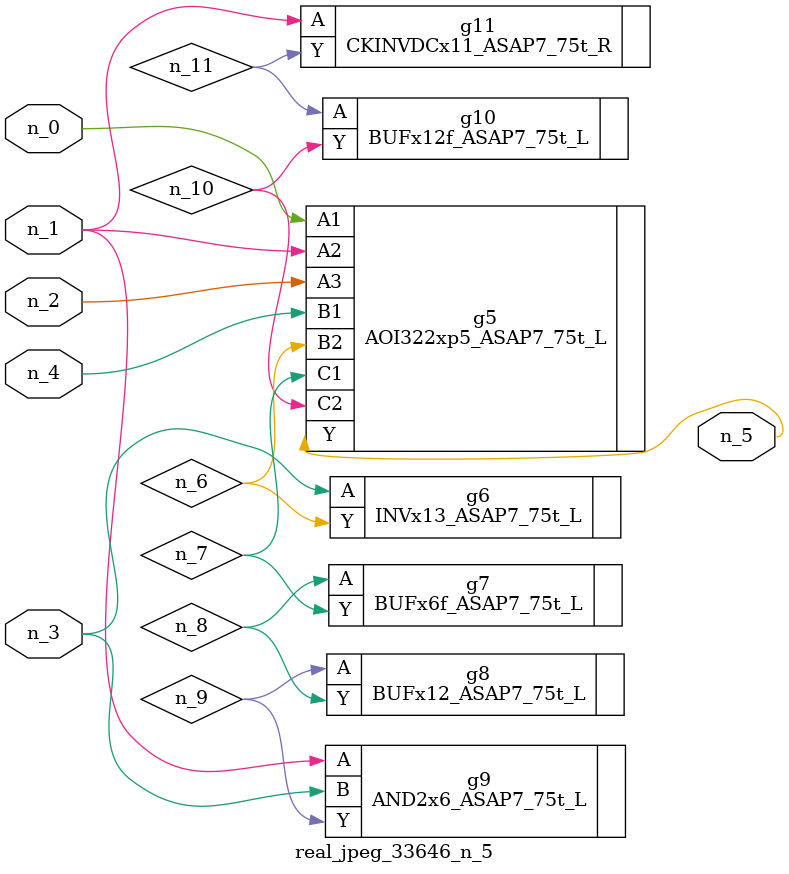
<source format=v>
module real_jpeg_33646_n_5 (n_4, n_0, n_1, n_2, n_3, n_5);

input n_4;
input n_0;
input n_1;
input n_2;
input n_3;

output n_5;

wire n_8;
wire n_11;
wire n_6;
wire n_7;
wire n_10;
wire n_9;

AOI322xp5_ASAP7_75t_L g5 ( 
.A1(n_0),
.A2(n_1),
.A3(n_2),
.B1(n_4),
.B2(n_6),
.C1(n_7),
.C2(n_10),
.Y(n_5)
);

AND2x6_ASAP7_75t_L g9 ( 
.A(n_1),
.B(n_3),
.Y(n_9)
);

CKINVDCx11_ASAP7_75t_R g11 ( 
.A(n_1),
.Y(n_11)
);

INVx13_ASAP7_75t_L g6 ( 
.A(n_3),
.Y(n_6)
);

BUFx6f_ASAP7_75t_L g7 ( 
.A(n_8),
.Y(n_7)
);

BUFx12_ASAP7_75t_L g8 ( 
.A(n_9),
.Y(n_8)
);

BUFx12f_ASAP7_75t_L g10 ( 
.A(n_11),
.Y(n_10)
);


endmodule
</source>
